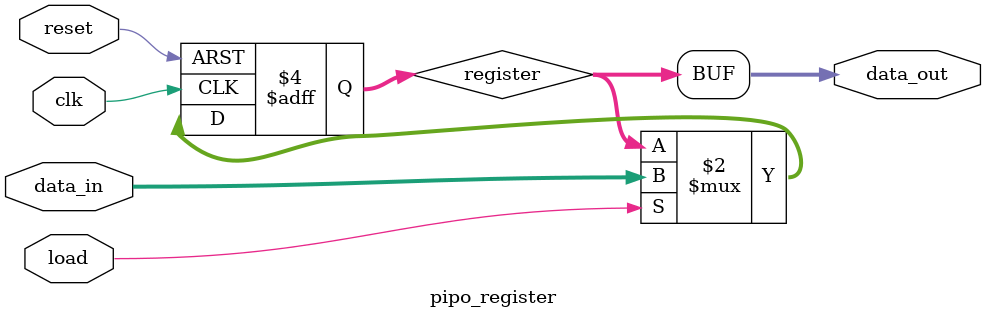
<source format=sv>
`timescale 1ns / 1ps

module pipo_register (
    input logic clk,           
    input logic reset,         
    input logic load,          
    input logic [3:0] data_in, 
    output logic [3:0] data_out 
);

    reg [3:0] register;

    always_ff @(posedge clk or posedge reset) begin
        if (reset) begin
        
            register <= 4'b0000; 
            
        end else if (load) begin
          
            register <= data_in; 
        
        end
    
    end

    assign data_out = register;

endmodule

</source>
